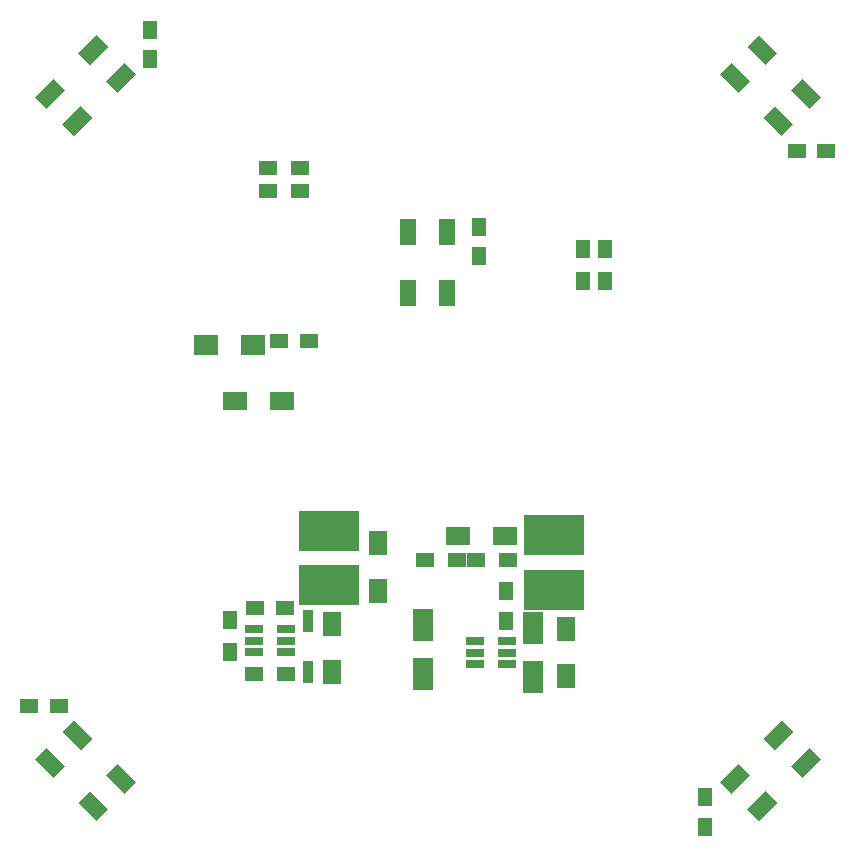
<source format=gtp>
G04 #@! TF.FileFunction,Paste,Top*
%FSLAX46Y46*%
G04 Gerber Fmt 4.6, Leading zero omitted, Abs format (unit mm)*
G04 Created by KiCad (PCBNEW 4.0.5) date 03/20/17 17:49:22*
%MOMM*%
%LPD*%
G01*
G04 APERTURE LIST*
%ADD10C,0.100000*%
%ADD11R,2.000000X1.700000*%
%ADD12R,1.500000X1.250000*%
%ADD13R,1.250000X1.500000*%
%ADD14R,1.600000X2.000000*%
%ADD15R,1.300000X1.500000*%
%ADD16R,1.500000X1.300000*%
%ADD17R,2.000000X1.600000*%
%ADD18R,1.699260X2.800000*%
%ADD19R,0.850900X1.850900*%
%ADD20R,1.400000X2.200000*%
%ADD21R,5.200000X3.400000*%
%ADD22R,1.500000X0.650000*%
G04 APERTURE END LIST*
D10*
D11*
X131223000Y-92964000D03*
X135223000Y-92964000D03*
D12*
X181250000Y-76500000D03*
X183750000Y-76500000D03*
D13*
X173500000Y-131250000D03*
X173500000Y-133750000D03*
D14*
X141859000Y-116618000D03*
X141859000Y-120618000D03*
D13*
X126500000Y-68750000D03*
X126500000Y-66250000D03*
X154305000Y-82951000D03*
X154305000Y-85451000D03*
D12*
X118750000Y-123500000D03*
X116250000Y-123500000D03*
X137902000Y-115189000D03*
X135402000Y-115189000D03*
D15*
X163131500Y-84819500D03*
X163131500Y-87519500D03*
D14*
X145796000Y-109760000D03*
X145796000Y-113760000D03*
D16*
X156798000Y-111125000D03*
X154098000Y-111125000D03*
X152480000Y-111125000D03*
X149780000Y-111125000D03*
D15*
X133223000Y-116252000D03*
X133223000Y-118952000D03*
D16*
X135302000Y-120777000D03*
X138002000Y-120777000D03*
D14*
X161671000Y-116999000D03*
X161671000Y-120999000D03*
D17*
X156559000Y-109093000D03*
X152559000Y-109093000D03*
D13*
X156591000Y-113812000D03*
X156591000Y-116312000D03*
D15*
X165036500Y-84819500D03*
X165036500Y-87519500D03*
D18*
X158877000Y-121099000D03*
X158877000Y-116899000D03*
D19*
X139827000Y-116317140D03*
X139827000Y-120664860D03*
D18*
X149606000Y-116645000D03*
X149606000Y-120845000D03*
D20*
X151637000Y-83379000D03*
X148337000Y-83379000D03*
X148337000Y-88579000D03*
X151637000Y-88579000D03*
D10*
G36*
X120611092Y-127267588D02*
X119055457Y-125711953D01*
X120045406Y-124722004D01*
X121601041Y-126277639D01*
X120611092Y-127267588D01*
X120611092Y-127267588D01*
G37*
G36*
X118277639Y-129601041D02*
X116722004Y-128045406D01*
X117711953Y-127055457D01*
X119267588Y-128611092D01*
X118277639Y-129601041D01*
X118277639Y-129601041D01*
G37*
G36*
X121954594Y-133277996D02*
X120398959Y-131722361D01*
X121388908Y-130732412D01*
X122944543Y-132288047D01*
X121954594Y-133277996D01*
X121954594Y-133277996D01*
G37*
G36*
X124288047Y-130944543D02*
X122732412Y-129388908D01*
X123722361Y-128398959D01*
X125277996Y-129954594D01*
X124288047Y-130944543D01*
X124288047Y-130944543D01*
G37*
G36*
X122732412Y-70611092D02*
X124288047Y-69055457D01*
X125277996Y-70045406D01*
X123722361Y-71601041D01*
X122732412Y-70611092D01*
X122732412Y-70611092D01*
G37*
G36*
X120398959Y-68277639D02*
X121954594Y-66722004D01*
X122944543Y-67711953D01*
X121388908Y-69267588D01*
X120398959Y-68277639D01*
X120398959Y-68277639D01*
G37*
G36*
X116722004Y-71954594D02*
X118277639Y-70398959D01*
X119267588Y-71388908D01*
X117711953Y-72944543D01*
X116722004Y-71954594D01*
X116722004Y-71954594D01*
G37*
G36*
X119055457Y-74288047D02*
X120611092Y-72732412D01*
X121601041Y-73722361D01*
X120045406Y-75277996D01*
X119055457Y-74288047D01*
X119055457Y-74288047D01*
G37*
G36*
X179388908Y-72732412D02*
X180944543Y-74288047D01*
X179954594Y-75277996D01*
X178398959Y-73722361D01*
X179388908Y-72732412D01*
X179388908Y-72732412D01*
G37*
G36*
X181722361Y-70398959D02*
X183277996Y-71954594D01*
X182288047Y-72944543D01*
X180732412Y-71388908D01*
X181722361Y-70398959D01*
X181722361Y-70398959D01*
G37*
G36*
X178045406Y-66722004D02*
X179601041Y-68277639D01*
X178611092Y-69267588D01*
X177055457Y-67711953D01*
X178045406Y-66722004D01*
X178045406Y-66722004D01*
G37*
G36*
X175711953Y-69055457D02*
X177267588Y-70611092D01*
X176277639Y-71601041D01*
X174722004Y-70045406D01*
X175711953Y-69055457D01*
X175711953Y-69055457D01*
G37*
G36*
X177267588Y-129388908D02*
X175711953Y-130944543D01*
X174722004Y-129954594D01*
X176277639Y-128398959D01*
X177267588Y-129388908D01*
X177267588Y-129388908D01*
G37*
G36*
X179601041Y-131722361D02*
X178045406Y-133277996D01*
X177055457Y-132288047D01*
X178611092Y-130732412D01*
X179601041Y-131722361D01*
X179601041Y-131722361D01*
G37*
G36*
X183277996Y-128045406D02*
X181722361Y-129601041D01*
X180732412Y-128611092D01*
X182288047Y-127055457D01*
X183277996Y-128045406D01*
X183277996Y-128045406D01*
G37*
G36*
X180944543Y-125711953D02*
X179388908Y-127267588D01*
X178398959Y-126277639D01*
X179954594Y-124722004D01*
X180944543Y-125711953D01*
X180944543Y-125711953D01*
G37*
D21*
X141605000Y-108698000D03*
X141605000Y-113298000D03*
X160655000Y-109079000D03*
X160655000Y-113679000D03*
D22*
X153971000Y-118049000D03*
X153971000Y-118999000D03*
X153971000Y-119949000D03*
X156671000Y-119949000D03*
X156671000Y-118049000D03*
X156671000Y-118999000D03*
X135302000Y-117033000D03*
X135302000Y-117983000D03*
X135302000Y-118933000D03*
X138002000Y-118933000D03*
X138002000Y-117033000D03*
X138002000Y-117983000D03*
D16*
X136445000Y-79883000D03*
X139145000Y-79883000D03*
X136445000Y-77978000D03*
X139145000Y-77978000D03*
D17*
X133636000Y-97663000D03*
X137636000Y-97663000D03*
D12*
X137434000Y-92583000D03*
X139934000Y-92583000D03*
M02*

</source>
